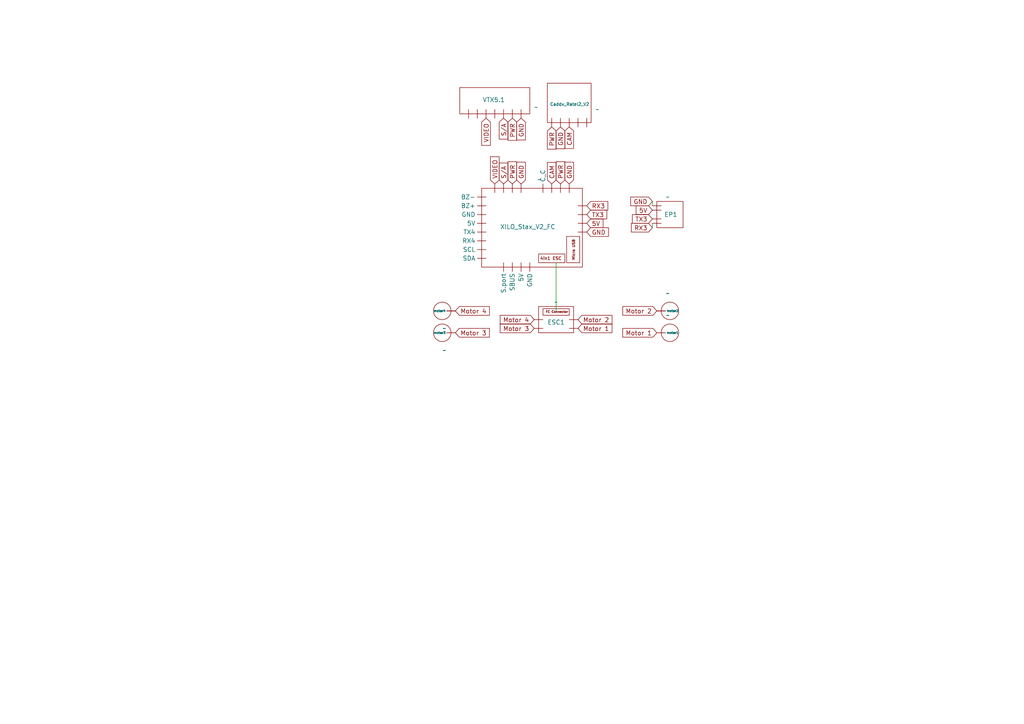
<source format=kicad_sch>
(kicad_sch (version 20250114) (generator "eeschema") (generator_version "9.0")
  (paper "A4")
  (lib_symbols
    (symbol "FPV Parts:Caddx_Ratel_2_V2"
      (property "Reference" "ratv1" (at 7.62 0.6351 0))
      (property "Value" "~" (at 7.62 -1.27 0))
      (symbol "Caddx_Ratel_2_V2_0_1"
        (rectangle (start 6.35 -5.08) (end -6.35 6.35))
      )
      (symbol "Caddx_Ratel_2_V2_1_1"
        (pin power_in line (at -5.08 -3.81 270) (length 2.54) (name "5-40V") (number ""))
        (pin passive line (at -2.54 -3.81 270) (length 2.54) (name "GND") (number ""))
        (pin output line (at 0 -3.81 270) (length 2.54) (name "VIDEO") (number ""))
        (pin passive line (at 2.54 -3.81 270) (length 2.54) (name "GND") (number ""))
        (pin output line (at 5.08 -3.81 270) (length 2.54) (name "OSD") (number ""))
      )
    )
    (symbol "FPV Parts:HappyModel_EP1"
      (property "Reference" "EP1" (at 0 0 0))
      (symbol "HappyModel_EP1_0_1"
        (rectangle (start -3.81 3.81) (end 3.81 -3.81))
      )
      (symbol "HappyModel_EP1_1_1"
        (pin passive line (at -2.54 -2.54 270) (length 2.54) (name "GND") (number ""))
        (pin power_in line (at -1.27 -2.54 270) (length 2.54) (name "VCC") (number ""))
        (pin output line (at 1.27 -2.54 270) (length 2.54) (name "TX") (number ""))
        (pin input line (at 2.54 -2.54 270) (length 2.54) (name "RX") (number ""))
      )
    )
    (symbol "FPV Parts:Motor"
      (property "Reference" "motor" (at 0 0.762 90))
      (property "Value" "~" (at -5.08 -0.635 90))
      (symbol "Motor_0_1"
        (circle (center 0 0) (radius 2.54))
      )
      (symbol "Motor_1_1"
        (pin output line (at 0 -1.27 270) (length 2.54) (name "Motor_Control") (number ""))
      )
    )
    (symbol "FPV Parts:Stax_V2_4in1_ESC"
      (property "Reference" "ESC" (at 0 0 0))
      (symbol "Stax_V2_4in1_ESC_0_1"
        (rectangle (start -5.08 5.08) (end 5.08 -2.54))
        (rectangle (start -3.81 4.445) (end 3.81 2.54))
      )
      (symbol "Stax_V2_4in1_ESC_1_1"
        (text "FC Connector\n" (at 0.254 3.556 0) (effects (font (size 0.635 0.635))))
        (pin output line (at -3.81 1.27 180) (length 2.54) (name "Motor_4") (number ""))
        (pin output line (at -3.81 -1.27 180) (length 2.54) (name "Motor_3") (number ""))
        (pin output line (at 3.81 1.27 0) (length 2.54) (name "Motor_1") (number ""))
        (pin output line (at 3.81 -1.27 0) (length 2.54) (name "Motor_2") (number ""))
      )
    )
    (symbol "FPV Parts:Stax_v2_FC"
      (property "Reference" "XILO_Stax_V2_FC" (at -9.906 0.254 0))
      (property "Value" "~" (at 0.8733 13.97 0))
      (symbol "Stax_v2_FC_0_1"
        (rectangle (start -15.24 11.43) (end 13.97 -11.43))
        (rectangle (start 1.27 -7.62) (end 8.89 -10.16))
        (rectangle (start 9.398 -2.54) (end 13.208 -10.16))
      )
      (symbol "Stax_v2_FC_1_1"
        (text "4in1 ESC" (at 4.826 -8.89 0) (effects (font (size 0.889 0.889))))
        (text "Micro USB" (at 11.43 -6.35 900) (effects (font (size 0.762 0.762))))
        (pin passive line (at -13.97 8.89 180) (length 2.54) (name "BZ-") (number ""))
        (pin power_out line (at -13.97 6.35 180) (length 2.54) (name "BZ+") (number ""))
        (pin passive line (at -13.97 3.81 180) (length 2.54) (name "GND") (number ""))
        (pin power_out line (at -13.97 1.27 180) (length 2.54) (name "5V") (number ""))
        (pin output line (at -13.97 -1.27 180) (length 2.54) (name "TX4") (number ""))
        (pin input line (at -13.97 -3.81 180) (length 2.54) (name "RX4") (number ""))
        (pin output line (at -13.97 -6.35 180) (length 2.54) (name "SCL") (number ""))
        (pin bidirectional line (at -13.97 -8.89 180) (length 2.54) (name "SDA") (number ""))
        (pin input line (at -11.43 10.16 90) (length 2.54) (name "VTX") (number ""))
        (pin input line (at -8.89 10.16 90) (length 2.54) (name "S/A") (number ""))
        (pin bidirectional line (at -8.89 -10.16 270) (length 2.54) (name "S.port") (number ""))
        (pin power_out line (at -6.35 10.16 90) (length 2.54) (name "PWR") (number ""))
        (pin output line (at -6.35 -10.16 270) (length 2.54) (name "SBUS") (number ""))
        (pin passive line (at -3.81 10.16 90) (length 2.54) (name "GND") (number ""))
        (pin power_out line (at -3.81 -10.16 270) (length 2.54) (name "5V") (number ""))
        (pin passive line (at -1.27 -10.16 270) (length 2.54) (name "GND") (number ""))
        (pin input line (at 2.54 10.16 90) (length 2.54) (name "C_C") (number ""))
        (pin input line (at 5.08 10.16 90) (length 2.54) (name "CAM") (number ""))
        (pin power_out line (at 7.62 10.16 90) (length 2.54) (name "PWR") (number ""))
        (pin passive line (at 10.16 10.16 90) (length 2.54) (name "GND") (number ""))
        (pin output line (at 12.7 6.35 0) (length 2.54) (name "TX3") (number ""))
        (pin input line (at 12.7 3.81 0) (length 2.54) (name "RX3") (number ""))
        (pin power_out line (at 12.7 1.27 0) (length 2.54) (name "5V") (number ""))
        (pin passive line (at 12.7 -1.27 0) (length 2.54) (name "GND") (number ""))
      )
    )
    (symbol "FPV Parts:XILO_STAX_5.8GHz"
      (property "Reference" "VTX5.8" (at 0 0 0))
      (symbol "XILO_STAX_5.8GHz_0_1"
        (rectangle (start -10.16 3.81) (end 10.16 -3.81))
      )
      (symbol "XILO_STAX_5.8GHz_1_1"
        (pin passive line (at -7.62 -2.54 270) (length 2.54) (name "GND") (number ""))
        (pin power_out line (at -5.08 -2.54 270) (length 2.54) (name "5V_OUT") (number ""))
        (pin input line (at -2.54 -2.54 270) (length 2.54) (name "VIDEO") (number ""))
        (pin input line (at 0 -2.54 270) (length 2.54) (name "AUDIO") (number ""))
        (pin output line (at 2.54 -2.54 270) (length 2.54) (name "S/A") (number ""))
        (pin input line (at 5.08 -2.54 270) (length 2.54) (name "VBATT") (number ""))
        (pin passive line (at 7.62 -2.54 270) (length 2.54) (name "GND") (number ""))
      )
    )
  )
  (wire (pts (xy 161.29 76.2) (xy 161.29 90.17)))
  (wire (pts (xy 189.23 58.42) (xy 189.23 59.69)))
  (wire (pts (xy 189.23 64.77) (xy 189.23 66.04)))
  (global_label "GND" (shape input) (at 151.13 34.29 270) (property "Intersheetrefs" "${INTERSHEET_REFS}" (effects (hide yes))))
  (global_label "GND" (shape input) (at 189.23 58.42 180) (property "Intersheetrefs" "${INTERSHEET_REFS}" (effects (hide yes))))
  (global_label "Motor 3" (shape input) (at 154.94 95.25 180) (property "Intersheetrefs" "${INTERSHEET_REFS}" (effects (hide yes))))
  (global_label "CAM" (shape input) (at 165.1 36.83 270) (property "Intersheetrefs" "${INTERSHEET_REFS}" (effects (hide yes))))
  (global_label "Motor 3" (shape input) (at 132.08 96.52 0) (property "Intersheetrefs" "${INTERSHEET_REFS}" (effects (hide yes))))
  (global_label "GND" (shape input) (at 170.18 67.31 0) (property "Intersheetrefs" "${INTERSHEET_REFS}" (effects (hide yes))))
  (global_label "TX3" (shape input) (at 170.18 62.23 0) (property "Intersheetrefs" "${INTERSHEET_REFS}" (effects (hide yes))))
  (global_label "Motor 1" (shape input) (at 167.64 95.25 0) (property "Intersheetrefs" "${INTERSHEET_REFS}" (effects (hide yes))))
  (global_label "GND" (shape input) (at 165.1 53.34 90) (property "Intersheetrefs" "${INTERSHEET_REFS}" (effects (hide yes))))
  (global_label "S{slash}A" (shape input) (at 146.05 34.29 270) (property "Intersheetrefs" "${INTERSHEET_REFS}" (effects (hide yes))))
  (global_label "5V" (shape input) (at 170.18 64.77 0) (property "Intersheetrefs" "${INTERSHEET_REFS}" (effects (hide yes))))
  (global_label "RX3" (shape input) (at 170.18 59.69 0) (property "Intersheetrefs" "${INTERSHEET_REFS}" (effects (hide yes))))
  (global_label "TX3" (shape input) (at 189.23 63.5 180) (property "Intersheetrefs" "${INTERSHEET_REFS}" (effects (hide yes))))
  (global_label "Motor 2" (shape input) (at 167.64 92.71 0) (property "Intersheetrefs" "${INTERSHEET_REFS}" (effects (hide yes))))
  (global_label "Motor 4" (shape input) (at 154.94 92.71 180) (property "Intersheetrefs" "${INTERSHEET_REFS}" (effects (hide yes))))
  (global_label "PWR" (shape input) (at 160.02 36.83 270) (property "Intersheetrefs" "${INTERSHEET_REFS}" (effects (hide yes))))
  (global_label "Motor 2" (shape input) (at 190.5 90.17 180) (property "Intersheetrefs" "${INTERSHEET_REFS}" (effects (hide yes))))
  (global_label "GND" (shape input) (at 151.13 53.34 90) (property "Intersheetrefs" "${INTERSHEET_REFS}" (effects (hide yes))))
  (global_label "5V" (shape input) (at 189.23 60.96 180) (property "Intersheetrefs" "${INTERSHEET_REFS}" (effects (hide yes))))
  (global_label "CAM" (shape input) (at 160.02 53.34 90) (property "Intersheetrefs" "${INTERSHEET_REFS}" (effects (hide yes))))
  (global_label "VIDEO" (shape input) (at 140.97 34.29 270) (property "Intersheetrefs" "${INTERSHEET_REFS}" (effects (hide yes))))
  (global_label "PWR" (shape input) (at 162.56 53.34 90) (property "Intersheetrefs" "${INTERSHEET_REFS}" (effects (hide yes))))
  (global_label "Motor 1" (shape input) (at 190.5 96.52 180) (property "Intersheetrefs" "${INTERSHEET_REFS}" (effects (hide yes))))
  (global_label "Motor 4" (shape input) (at 132.08 90.17 0) (property "Intersheetrefs" "${INTERSHEET_REFS}" (effects (hide yes))))
  (global_label "RX3" (shape input) (at 189.23 66.04 180) (property "Intersheetrefs" "${INTERSHEET_REFS}" (effects (hide yes))))
  (global_label "PWR" (shape input) (at 148.59 53.34 90) (property "Intersheetrefs" "${INTERSHEET_REFS}" (effects (hide yes))))
  (global_label "VIDEO" (shape input) (at 143.51 53.34 90) (property "Intersheetrefs" "${INTERSHEET_REFS}" (effects (hide yes))))
  (global_label "GND" (shape input) (at 162.56 36.83 270) (property "Intersheetrefs" "${INTERSHEET_REFS}" (effects (hide yes))))
  (global_label "PWR" (shape input) (at 148.59 34.29 270) (property "Intersheetrefs" "${INTERSHEET_REFS}" (effects (hide yes))))
  (global_label "S{slash}A" (shape input) (at 146.05 53.34 90) (property "Intersheetrefs" "${INTERSHEET_REFS}" (effects (hide yes))))
  (symbol (lib_id "FPV Parts:XILO_STAX_5.8GHz") (at 143.51 29.21 0) (unit 1)
    (property "Reference" "VTX5.1" (at 139.954 28.956 0) (effects (justify left)))
    (property "Value" "~" (at 154.94 31.115 0) (effects (justify left)))
  )
  (symbol (lib_id "FPV Parts:Stax_V2_4in1_ESC") (at 161.29 93.98 0) (unit 1)
    (property "Reference" "ESC1" (at 161.29 93.472 0))
    (property "Value" "~" (at 161.29 87.63 0))
  )
  (symbol (lib_id "FPV Parts:Motor") (at 194.31 96.52 270) (unit 1)
    (property "Reference" "motor1" (at 195.072 96.52 90) (effects (font (size 0.635 0.635))))
    (property "Value" "~" (at 193.675 91.44 90))
  )
  (symbol (lib_id "FPV Parts:Motor") (at 194.31 90.17 270) (unit 1)
    (property "Reference" "motor2" (at 195.072 90.17 90) (effects (font (size 0.635 0.635))))
    (property "Value" "~" (at 193.675 85.09 90))
  )
  (symbol (lib_id "FPV Parts:Motor") (at 128.27 90.17 90) (unit 1)
    (property "Reference" "motor4" (at 127.508 90.17 90) (effects (font (size 0.635 0.635))))
    (property "Value" "~" (at 128.905 95.25 90))
  )
  (symbol (lib_id "FPV Parts:Motor") (at 128.27 96.52 90) (unit 1)
    (property "Reference" "motor3" (at 127.508 96.52 90) (effects (font (size 0.635 0.635))))
    (property "Value" "~" (at 128.905 101.6 90))
  )
  (symbol (lib_id "FPV Parts:Stax_v2_FC") (at 154.94 66.04 0) (unit 1)
    (property "Reference" "XILO_Stax_V2_FC" (at 145.034 65.786 0) (effects (justify left)))
    (property "Value" "~" (at 155.8133 52.07 0) (effects (justify left)))
  )
  (symbol (lib_id "FPV Parts:HappyModel_EP1") (at 194.31 62.23 270) (unit 1)
    (property "Reference" "EP1" (at 194.564 62.23 90))
    (property "Value" "~" (at 193.675 57.15 90))
  )
  (symbol (lib_id "FPV Parts:Caddx_Ratel_2_V2") (at 165.1 30.48 0) (unit 1)
    (property "Reference" "Caddx_Ratel2_V2" (at 159.512 30.226 0) (effects (font (size 0.889 0.889)) (justify left)))
    (property "Value" "~" (at 172.72 31.75 0) (effects (justify left)))
  )
)
</source>
